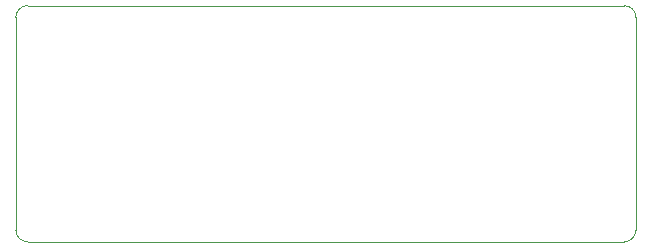
<source format=gm1>
G04 #@! TF.GenerationSoftware,KiCad,Pcbnew,(5.1.4-0-10_14)*
G04 #@! TF.CreationDate,2019-10-04T00:01:10+03:00*
G04 #@! TF.ProjectId,RibbonCable_MB_BreakdownBoard_pt,52696262-6f6e-4436-9162-6c655f4d425f,rev?*
G04 #@! TF.SameCoordinates,Original*
G04 #@! TF.FileFunction,Profile,NP*
%FSLAX46Y46*%
G04 Gerber Fmt 4.6, Leading zero omitted, Abs format (unit mm)*
G04 Created by KiCad (PCBNEW (5.1.4-0-10_14)) date 2019-10-04 00:01:10*
%MOMM*%
%LPD*%
G04 APERTURE LIST*
%ADD10C,0.050000*%
G04 APERTURE END LIST*
D10*
X163000000Y-89000000D02*
G75*
G02X162000000Y-90000000I-1000000J0D01*
G01*
X111500000Y-90000000D02*
G75*
G02X110500000Y-89000000I0J1000000D01*
G01*
X110500000Y-71000000D02*
G75*
G02X111500000Y-70000000I1000000J0D01*
G01*
X162000000Y-70000000D02*
G75*
G02X163000000Y-71000000I0J-1000000D01*
G01*
X111500000Y-70000000D02*
X162000000Y-70000000D01*
X110500000Y-89000000D02*
X110500000Y-71000000D01*
X162000000Y-90000000D02*
X111500000Y-90000000D01*
X163000000Y-71000000D02*
X163000000Y-89000000D01*
M02*

</source>
